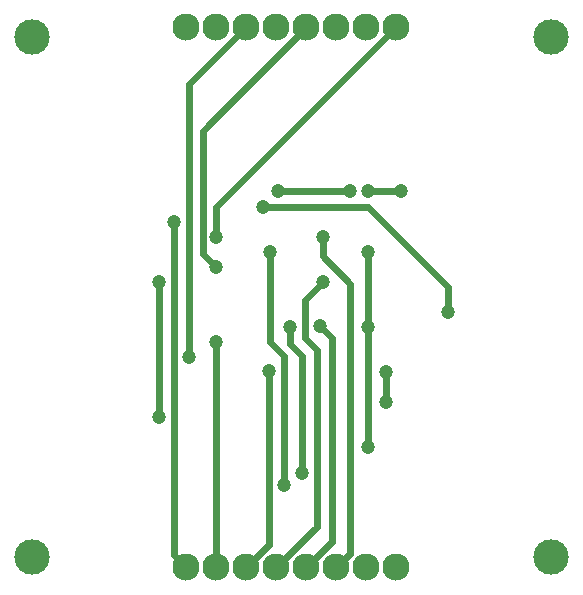
<source format=gbr>
%TF.GenerationSoftware,Altium Limited,Altium Designer,19.1.5 (86)*%
G04 Layer_Physical_Order=1*
G04 Layer_Color=255*
%FSLAX43Y43*%
%MOMM*%
%TF.FileFunction,Copper,L1,Top,Signal*%
%TF.Part,Single*%
G01*
G75*
%TA.AperFunction,Conductor*%
%ADD10C,0.600*%
%TA.AperFunction,ViaPad*%
%ADD11C,2.300*%
%TA.AperFunction,WasherPad*%
%ADD12C,3.000*%
%TA.AperFunction,ViaPad*%
%ADD13C,1.200*%
D10*
X23114Y4064D02*
Y18796D01*
X21190Y2140D02*
X23114Y4064D01*
X17505Y39095D02*
X26270Y47860D01*
X17505Y28685D02*
Y39095D01*
X16364Y43034D02*
X21190Y47860D01*
X16364Y19920D02*
Y43034D01*
X15094Y3156D02*
X16110Y2140D01*
X15094Y3156D02*
Y31350D01*
X13824Y14840D02*
Y26270D01*
X18650Y32620D02*
X33890Y47860D01*
X18650Y30080D02*
Y32620D01*
X33683Y47860D02*
X33890D01*
X17505Y28685D02*
X18650Y27540D01*
X23222Y21188D02*
Y28810D01*
X18650Y2140D02*
Y21190D01*
X29972Y3302D02*
Y26162D01*
X27665Y28469D02*
X29972Y26162D01*
X27178Y5588D02*
Y20574D01*
X23730Y2140D02*
X27178Y5588D01*
X26162Y21590D02*
X27178Y20574D01*
X33020Y16110D02*
Y18650D01*
X26162Y21590D02*
Y24767D01*
X24892Y21082D02*
Y22460D01*
X24384Y9125D02*
Y20026D01*
X23222Y21188D02*
X24384Y20026D01*
X27432Y22606D02*
X28448Y21590D01*
Y4318D02*
Y21590D01*
X26270Y2140D02*
X28448Y4318D01*
X28810Y2140D02*
X29972Y3302D01*
X26162Y24767D02*
X27665Y26270D01*
X31496Y34036D02*
X34290D01*
X23876D02*
X29972D01*
X27665Y28469D02*
Y30080D01*
X31475Y22460D02*
Y28810D01*
X24892Y21082D02*
X25908Y20066D01*
Y10160D02*
Y20066D01*
X31475Y12340D02*
Y22460D01*
X22585Y32620D02*
X31515D01*
X38246Y25889D01*
Y23730D02*
Y25889D01*
D11*
X16110Y47860D02*
D03*
X18650D02*
D03*
X21190D02*
D03*
X23730D02*
D03*
X26270D02*
D03*
X28810D02*
D03*
X31350D02*
D03*
X33890D02*
D03*
Y2140D02*
D03*
X31350D02*
D03*
X28810D02*
D03*
X26270D02*
D03*
X23730D02*
D03*
X21190D02*
D03*
X18650D02*
D03*
X16110D02*
D03*
D12*
X3000Y3000D02*
D03*
X47000D02*
D03*
Y47000D02*
D03*
X3000D02*
D03*
D13*
X13824Y26270D02*
D03*
X16364Y19920D02*
D03*
X18650Y30080D02*
D03*
Y21190D02*
D03*
X24892Y22460D02*
D03*
X38246Y23730D02*
D03*
X34290Y34036D02*
D03*
X23876D02*
D03*
X15094Y31350D02*
D03*
X33020Y18650D02*
D03*
Y16110D02*
D03*
X23114Y18796D02*
D03*
X27432Y22606D02*
D03*
X18650Y27540D02*
D03*
X24384Y9125D02*
D03*
X23222Y28810D02*
D03*
X31475Y22460D02*
D03*
X22585Y32620D02*
D03*
X27665Y26270D02*
D03*
X13824Y14840D02*
D03*
X31496Y34036D02*
D03*
X29972D02*
D03*
X27665Y30080D02*
D03*
X31475Y28810D02*
D03*
X25908Y10160D02*
D03*
X31475Y12340D02*
D03*
%TF.MD5,5706b51b77f41a8b6b9aac3f25b646f4*%
M02*

</source>
